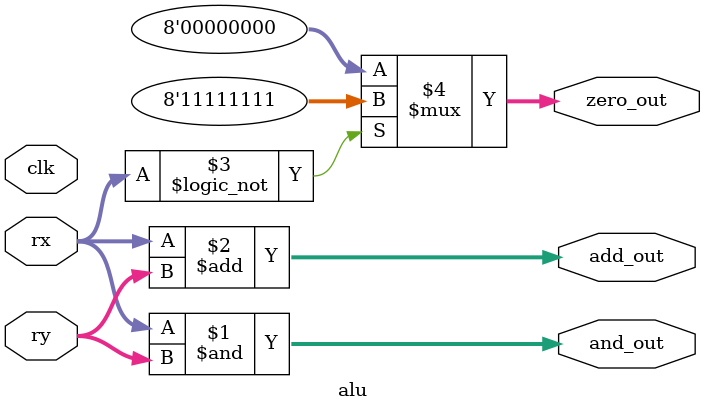
<source format=v>
`timescale 1ns / 1ps


module alu(
    input clk,
    input [7:0] rx,
    input [7:0] ry,
    output [7:0] and_out,
    output [7:0] add_out,
    output [7:0] zero_out
);

assign and_out = rx & ry;
assign add_out = rx + ry;
assign zero_out = (rx == 8'b0 ? 8'b11111111 : 8'b00000000);

endmodule

</source>
